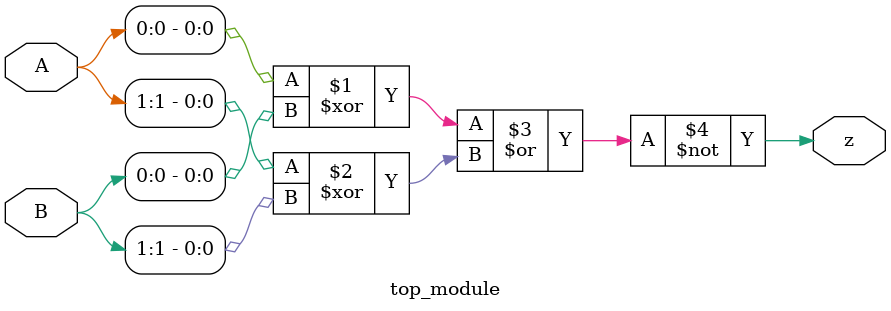
<source format=v>
module top_module ( input [1:0] A, input [1:0] B, output z ); 
    assign z = ~((A[0]^B[0]) | (A[1]^B[1]));
endmodule

</source>
